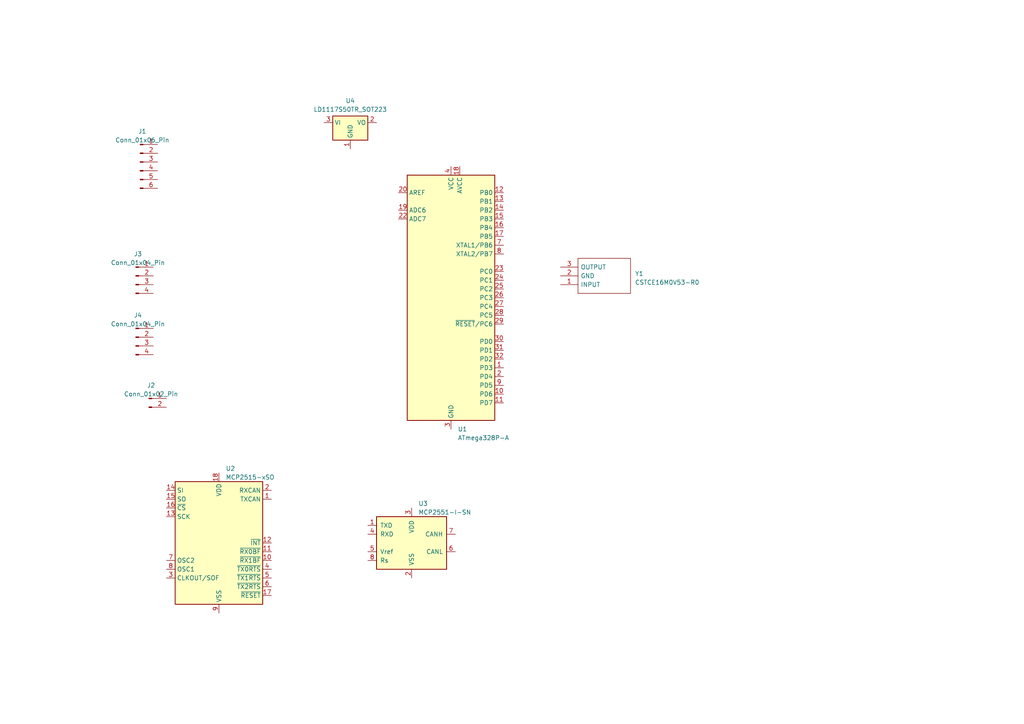
<source format=kicad_sch>
(kicad_sch (version 20230121) (generator eeschema)

  (uuid ebba1e31-fd54-4c15-a20e-79d145ac350a)

  (paper "A4")

  (lib_symbols
    (symbol "Connector:Conn_01x02_Pin" (pin_names (offset 1.016) hide) (in_bom yes) (on_board yes)
      (property "Reference" "J" (at 0 2.54 0)
        (effects (font (size 1.27 1.27)))
      )
      (property "Value" "Conn_01x02_Pin" (at 0 -5.08 0)
        (effects (font (size 1.27 1.27)))
      )
      (property "Footprint" "" (at 0 0 0)
        (effects (font (size 1.27 1.27)) hide)
      )
      (property "Datasheet" "~" (at 0 0 0)
        (effects (font (size 1.27 1.27)) hide)
      )
      (property "ki_locked" "" (at 0 0 0)
        (effects (font (size 1.27 1.27)))
      )
      (property "ki_keywords" "connector" (at 0 0 0)
        (effects (font (size 1.27 1.27)) hide)
      )
      (property "ki_description" "Generic connector, single row, 01x02, script generated" (at 0 0 0)
        (effects (font (size 1.27 1.27)) hide)
      )
      (property "ki_fp_filters" "Connector*:*_1x??_*" (at 0 0 0)
        (effects (font (size 1.27 1.27)) hide)
      )
      (symbol "Conn_01x02_Pin_1_1"
        (polyline
          (pts
            (xy 1.27 -2.54)
            (xy 0.8636 -2.54)
          )
          (stroke (width 0.1524) (type default))
          (fill (type none))
        )
        (polyline
          (pts
            (xy 1.27 0)
            (xy 0.8636 0)
          )
          (stroke (width 0.1524) (type default))
          (fill (type none))
        )
        (rectangle (start 0.8636 -2.413) (end 0 -2.667)
          (stroke (width 0.1524) (type default))
          (fill (type outline))
        )
        (rectangle (start 0.8636 0.127) (end 0 -0.127)
          (stroke (width 0.1524) (type default))
          (fill (type outline))
        )
        (pin passive line (at 5.08 0 180) (length 3.81)
          (name "Pin_1" (effects (font (size 1.27 1.27))))
          (number "1" (effects (font (size 1.27 1.27))))
        )
        (pin passive line (at 5.08 -2.54 180) (length 3.81)
          (name "Pin_2" (effects (font (size 1.27 1.27))))
          (number "2" (effects (font (size 1.27 1.27))))
        )
      )
    )
    (symbol "Connector:Conn_01x04_Pin" (pin_names (offset 1.016) hide) (in_bom yes) (on_board yes)
      (property "Reference" "J" (at 0 5.08 0)
        (effects (font (size 1.27 1.27)))
      )
      (property "Value" "Conn_01x04_Pin" (at 0 -7.62 0)
        (effects (font (size 1.27 1.27)))
      )
      (property "Footprint" "" (at 0 0 0)
        (effects (font (size 1.27 1.27)) hide)
      )
      (property "Datasheet" "~" (at 0 0 0)
        (effects (font (size 1.27 1.27)) hide)
      )
      (property "ki_locked" "" (at 0 0 0)
        (effects (font (size 1.27 1.27)))
      )
      (property "ki_keywords" "connector" (at 0 0 0)
        (effects (font (size 1.27 1.27)) hide)
      )
      (property "ki_description" "Generic connector, single row, 01x04, script generated" (at 0 0 0)
        (effects (font (size 1.27 1.27)) hide)
      )
      (property "ki_fp_filters" "Connector*:*_1x??_*" (at 0 0 0)
        (effects (font (size 1.27 1.27)) hide)
      )
      (symbol "Conn_01x04_Pin_1_1"
        (polyline
          (pts
            (xy 1.27 -5.08)
            (xy 0.8636 -5.08)
          )
          (stroke (width 0.1524) (type default))
          (fill (type none))
        )
        (polyline
          (pts
            (xy 1.27 -2.54)
            (xy 0.8636 -2.54)
          )
          (stroke (width 0.1524) (type default))
          (fill (type none))
        )
        (polyline
          (pts
            (xy 1.27 0)
            (xy 0.8636 0)
          )
          (stroke (width 0.1524) (type default))
          (fill (type none))
        )
        (polyline
          (pts
            (xy 1.27 2.54)
            (xy 0.8636 2.54)
          )
          (stroke (width 0.1524) (type default))
          (fill (type none))
        )
        (rectangle (start 0.8636 -4.953) (end 0 -5.207)
          (stroke (width 0.1524) (type default))
          (fill (type outline))
        )
        (rectangle (start 0.8636 -2.413) (end 0 -2.667)
          (stroke (width 0.1524) (type default))
          (fill (type outline))
        )
        (rectangle (start 0.8636 0.127) (end 0 -0.127)
          (stroke (width 0.1524) (type default))
          (fill (type outline))
        )
        (rectangle (start 0.8636 2.667) (end 0 2.413)
          (stroke (width 0.1524) (type default))
          (fill (type outline))
        )
        (pin passive line (at 5.08 2.54 180) (length 3.81)
          (name "Pin_1" (effects (font (size 1.27 1.27))))
          (number "1" (effects (font (size 1.27 1.27))))
        )
        (pin passive line (at 5.08 0 180) (length 3.81)
          (name "Pin_2" (effects (font (size 1.27 1.27))))
          (number "2" (effects (font (size 1.27 1.27))))
        )
        (pin passive line (at 5.08 -2.54 180) (length 3.81)
          (name "Pin_3" (effects (font (size 1.27 1.27))))
          (number "3" (effects (font (size 1.27 1.27))))
        )
        (pin passive line (at 5.08 -5.08 180) (length 3.81)
          (name "Pin_4" (effects (font (size 1.27 1.27))))
          (number "4" (effects (font (size 1.27 1.27))))
        )
      )
    )
    (symbol "Connector:Conn_01x06_Pin" (pin_names (offset 1.016) hide) (in_bom yes) (on_board yes)
      (property "Reference" "J" (at 0 7.62 0)
        (effects (font (size 1.27 1.27)))
      )
      (property "Value" "Conn_01x06_Pin" (at 0 -10.16 0)
        (effects (font (size 1.27 1.27)))
      )
      (property "Footprint" "" (at 0 0 0)
        (effects (font (size 1.27 1.27)) hide)
      )
      (property "Datasheet" "~" (at 0 0 0)
        (effects (font (size 1.27 1.27)) hide)
      )
      (property "ki_locked" "" (at 0 0 0)
        (effects (font (size 1.27 1.27)))
      )
      (property "ki_keywords" "connector" (at 0 0 0)
        (effects (font (size 1.27 1.27)) hide)
      )
      (property "ki_description" "Generic connector, single row, 01x06, script generated" (at 0 0 0)
        (effects (font (size 1.27 1.27)) hide)
      )
      (property "ki_fp_filters" "Connector*:*_1x??_*" (at 0 0 0)
        (effects (font (size 1.27 1.27)) hide)
      )
      (symbol "Conn_01x06_Pin_1_1"
        (polyline
          (pts
            (xy 1.27 -7.62)
            (xy 0.8636 -7.62)
          )
          (stroke (width 0.1524) (type default))
          (fill (type none))
        )
        (polyline
          (pts
            (xy 1.27 -5.08)
            (xy 0.8636 -5.08)
          )
          (stroke (width 0.1524) (type default))
          (fill (type none))
        )
        (polyline
          (pts
            (xy 1.27 -2.54)
            (xy 0.8636 -2.54)
          )
          (stroke (width 0.1524) (type default))
          (fill (type none))
        )
        (polyline
          (pts
            (xy 1.27 0)
            (xy 0.8636 0)
          )
          (stroke (width 0.1524) (type default))
          (fill (type none))
        )
        (polyline
          (pts
            (xy 1.27 2.54)
            (xy 0.8636 2.54)
          )
          (stroke (width 0.1524) (type default))
          (fill (type none))
        )
        (polyline
          (pts
            (xy 1.27 5.08)
            (xy 0.8636 5.08)
          )
          (stroke (width 0.1524) (type default))
          (fill (type none))
        )
        (rectangle (start 0.8636 -7.493) (end 0 -7.747)
          (stroke (width 0.1524) (type default))
          (fill (type outline))
        )
        (rectangle (start 0.8636 -4.953) (end 0 -5.207)
          (stroke (width 0.1524) (type default))
          (fill (type outline))
        )
        (rectangle (start 0.8636 -2.413) (end 0 -2.667)
          (stroke (width 0.1524) (type default))
          (fill (type outline))
        )
        (rectangle (start 0.8636 0.127) (end 0 -0.127)
          (stroke (width 0.1524) (type default))
          (fill (type outline))
        )
        (rectangle (start 0.8636 2.667) (end 0 2.413)
          (stroke (width 0.1524) (type default))
          (fill (type outline))
        )
        (rectangle (start 0.8636 5.207) (end 0 4.953)
          (stroke (width 0.1524) (type default))
          (fill (type outline))
        )
        (pin passive line (at 5.08 5.08 180) (length 3.81)
          (name "Pin_1" (effects (font (size 1.27 1.27))))
          (number "1" (effects (font (size 1.27 1.27))))
        )
        (pin passive line (at 5.08 2.54 180) (length 3.81)
          (name "Pin_2" (effects (font (size 1.27 1.27))))
          (number "2" (effects (font (size 1.27 1.27))))
        )
        (pin passive line (at 5.08 0 180) (length 3.81)
          (name "Pin_3" (effects (font (size 1.27 1.27))))
          (number "3" (effects (font (size 1.27 1.27))))
        )
        (pin passive line (at 5.08 -2.54 180) (length 3.81)
          (name "Pin_4" (effects (font (size 1.27 1.27))))
          (number "4" (effects (font (size 1.27 1.27))))
        )
        (pin passive line (at 5.08 -5.08 180) (length 3.81)
          (name "Pin_5" (effects (font (size 1.27 1.27))))
          (number "5" (effects (font (size 1.27 1.27))))
        )
        (pin passive line (at 5.08 -7.62 180) (length 3.81)
          (name "Pin_6" (effects (font (size 1.27 1.27))))
          (number "6" (effects (font (size 1.27 1.27))))
        )
      )
    )
    (symbol "Interface_CAN_LIN:MCP2515-xSO" (in_bom yes) (on_board yes)
      (property "Reference" "U" (at -10.16 19.685 0)
        (effects (font (size 1.27 1.27)) (justify right))
      )
      (property "Value" "MCP2515-xSO" (at 19.05 20.32 0)
        (effects (font (size 1.27 1.27)) (justify right top))
      )
      (property "Footprint" "Package_SO:SOIC-18W_7.5x11.6mm_P1.27mm" (at 0 -22.86 0)
        (effects (font (size 1.27 1.27) italic) hide)
      )
      (property "Datasheet" "http://ww1.microchip.com/downloads/en/DeviceDoc/21801e.pdf" (at 2.54 -20.32 0)
        (effects (font (size 1.27 1.27)) hide)
      )
      (property "ki_keywords" "CAN Controller SPI" (at 0 0 0)
        (effects (font (size 1.27 1.27)) hide)
      )
      (property "ki_description" "Stand-Alone CAN Controller with SPI Interface, SOIC-18" (at 0 0 0)
        (effects (font (size 1.27 1.27)) hide)
      )
      (property "ki_fp_filters" "SOIC*7.5x11.6mm*P1.27mm*" (at 0 0 0)
        (effects (font (size 1.27 1.27)) hide)
      )
      (symbol "MCP2515-xSO_0_1"
        (rectangle (start -12.7 17.78) (end 12.7 -17.78)
          (stroke (width 0.254) (type default))
          (fill (type background))
        )
      )
      (symbol "MCP2515-xSO_1_1"
        (pin output line (at 15.24 12.7 180) (length 2.54)
          (name "TXCAN" (effects (font (size 1.27 1.27))))
          (number "1" (effects (font (size 1.27 1.27))))
        )
        (pin output line (at 15.24 -5.08 180) (length 2.54)
          (name "~{RX1BF}" (effects (font (size 1.27 1.27))))
          (number "10" (effects (font (size 1.27 1.27))))
        )
        (pin output line (at 15.24 -2.54 180) (length 2.54)
          (name "~{RX0BF}" (effects (font (size 1.27 1.27))))
          (number "11" (effects (font (size 1.27 1.27))))
        )
        (pin output line (at 15.24 0 180) (length 2.54)
          (name "~{INT}" (effects (font (size 1.27 1.27))))
          (number "12" (effects (font (size 1.27 1.27))))
        )
        (pin input line (at -15.24 7.62 0) (length 2.54)
          (name "SCK" (effects (font (size 1.27 1.27))))
          (number "13" (effects (font (size 1.27 1.27))))
        )
        (pin input line (at -15.24 15.24 0) (length 2.54)
          (name "SI" (effects (font (size 1.27 1.27))))
          (number "14" (effects (font (size 1.27 1.27))))
        )
        (pin output line (at -15.24 12.7 0) (length 2.54)
          (name "SO" (effects (font (size 1.27 1.27))))
          (number "15" (effects (font (size 1.27 1.27))))
        )
        (pin input line (at -15.24 10.16 0) (length 2.54)
          (name "~{CS}" (effects (font (size 1.27 1.27))))
          (number "16" (effects (font (size 1.27 1.27))))
        )
        (pin input line (at 15.24 -15.24 180) (length 2.54)
          (name "~{RESET}" (effects (font (size 1.27 1.27))))
          (number "17" (effects (font (size 1.27 1.27))))
        )
        (pin power_in line (at 0 20.32 270) (length 2.54)
          (name "VDD" (effects (font (size 1.27 1.27))))
          (number "18" (effects (font (size 1.27 1.27))))
        )
        (pin input line (at 15.24 15.24 180) (length 2.54)
          (name "RXCAN" (effects (font (size 1.27 1.27))))
          (number "2" (effects (font (size 1.27 1.27))))
        )
        (pin output line (at -15.24 -10.16 0) (length 2.54)
          (name "CLKOUT/SOF" (effects (font (size 1.27 1.27))))
          (number "3" (effects (font (size 1.27 1.27))))
        )
        (pin input line (at 15.24 -7.62 180) (length 2.54)
          (name "~{TX0RTS}" (effects (font (size 1.27 1.27))))
          (number "4" (effects (font (size 1.27 1.27))))
        )
        (pin input line (at 15.24 -10.16 180) (length 2.54)
          (name "~{TX1RTS}" (effects (font (size 1.27 1.27))))
          (number "5" (effects (font (size 1.27 1.27))))
        )
        (pin input line (at 15.24 -12.7 180) (length 2.54)
          (name "~{TX2RTS}" (effects (font (size 1.27 1.27))))
          (number "6" (effects (font (size 1.27 1.27))))
        )
        (pin output line (at -15.24 -5.08 0) (length 2.54)
          (name "OSC2" (effects (font (size 1.27 1.27))))
          (number "7" (effects (font (size 1.27 1.27))))
        )
        (pin input line (at -15.24 -7.62 0) (length 2.54)
          (name "OSC1" (effects (font (size 1.27 1.27))))
          (number "8" (effects (font (size 1.27 1.27))))
        )
        (pin power_in line (at 0 -20.32 90) (length 2.54)
          (name "VSS" (effects (font (size 1.27 1.27))))
          (number "9" (effects (font (size 1.27 1.27))))
        )
      )
    )
    (symbol "Interface_CAN_LIN:MCP2551-I-SN" (pin_names (offset 1.016)) (in_bom yes) (on_board yes)
      (property "Reference" "U" (at -10.16 8.89 0)
        (effects (font (size 1.27 1.27)) (justify left))
      )
      (property "Value" "MCP2551-I-SN" (at 2.54 8.89 0)
        (effects (font (size 1.27 1.27)) (justify left))
      )
      (property "Footprint" "Package_SO:SOIC-8_3.9x4.9mm_P1.27mm" (at 0 -12.7 0)
        (effects (font (size 1.27 1.27) italic) hide)
      )
      (property "Datasheet" "http://ww1.microchip.com/downloads/en/devicedoc/21667d.pdf" (at 0 0 0)
        (effects (font (size 1.27 1.27)) hide)
      )
      (property "ki_keywords" "High-Speed CAN Transceiver" (at 0 0 0)
        (effects (font (size 1.27 1.27)) hide)
      )
      (property "ki_description" "High-Speed CAN Transceiver, 1Mbps, 5V supply, SOIC-8" (at 0 0 0)
        (effects (font (size 1.27 1.27)) hide)
      )
      (property "ki_fp_filters" "SOIC*3.9x4.9mm*P1.27mm*" (at 0 0 0)
        (effects (font (size 1.27 1.27)) hide)
      )
      (symbol "MCP2551-I-SN_0_1"
        (rectangle (start -10.16 7.62) (end 10.16 -7.62)
          (stroke (width 0.254) (type default))
          (fill (type background))
        )
      )
      (symbol "MCP2551-I-SN_1_1"
        (pin input line (at -12.7 5.08 0) (length 2.54)
          (name "TXD" (effects (font (size 1.27 1.27))))
          (number "1" (effects (font (size 1.27 1.27))))
        )
        (pin power_in line (at 0 -10.16 90) (length 2.54)
          (name "VSS" (effects (font (size 1.27 1.27))))
          (number "2" (effects (font (size 1.27 1.27))))
        )
        (pin power_in line (at 0 10.16 270) (length 2.54)
          (name "VDD" (effects (font (size 1.27 1.27))))
          (number "3" (effects (font (size 1.27 1.27))))
        )
        (pin output line (at -12.7 2.54 0) (length 2.54)
          (name "RXD" (effects (font (size 1.27 1.27))))
          (number "4" (effects (font (size 1.27 1.27))))
        )
        (pin power_out line (at -12.7 -2.54 0) (length 2.54)
          (name "Vref" (effects (font (size 1.27 1.27))))
          (number "5" (effects (font (size 1.27 1.27))))
        )
        (pin bidirectional line (at 12.7 -2.54 180) (length 2.54)
          (name "CANL" (effects (font (size 1.27 1.27))))
          (number "6" (effects (font (size 1.27 1.27))))
        )
        (pin bidirectional line (at 12.7 2.54 180) (length 2.54)
          (name "CANH" (effects (font (size 1.27 1.27))))
          (number "7" (effects (font (size 1.27 1.27))))
        )
        (pin input line (at -12.7 -5.08 0) (length 2.54)
          (name "Rs" (effects (font (size 1.27 1.27))))
          (number "8" (effects (font (size 1.27 1.27))))
        )
      )
    )
    (symbol "MCU_Microchip_ATmega:ATmega328P-A" (in_bom yes) (on_board yes)
      (property "Reference" "U" (at -12.7 36.83 0)
        (effects (font (size 1.27 1.27)) (justify left bottom))
      )
      (property "Value" "ATmega328P-A" (at 2.54 -36.83 0)
        (effects (font (size 1.27 1.27)) (justify left top))
      )
      (property "Footprint" "Package_QFP:TQFP-32_7x7mm_P0.8mm" (at 0 0 0)
        (effects (font (size 1.27 1.27) italic) hide)
      )
      (property "Datasheet" "http://ww1.microchip.com/downloads/en/DeviceDoc/ATmega328_P%20AVR%20MCU%20with%20picoPower%20Technology%20Data%20Sheet%2040001984A.pdf" (at 0 0 0)
        (effects (font (size 1.27 1.27)) hide)
      )
      (property "ki_keywords" "AVR 8bit Microcontroller MegaAVR PicoPower" (at 0 0 0)
        (effects (font (size 1.27 1.27)) hide)
      )
      (property "ki_description" "20MHz, 32kB Flash, 2kB SRAM, 1kB EEPROM, TQFP-32" (at 0 0 0)
        (effects (font (size 1.27 1.27)) hide)
      )
      (property "ki_fp_filters" "TQFP*7x7mm*P0.8mm*" (at 0 0 0)
        (effects (font (size 1.27 1.27)) hide)
      )
      (symbol "ATmega328P-A_0_1"
        (rectangle (start -12.7 -35.56) (end 12.7 35.56)
          (stroke (width 0.254) (type default))
          (fill (type background))
        )
      )
      (symbol "ATmega328P-A_1_1"
        (pin bidirectional line (at 15.24 -20.32 180) (length 2.54)
          (name "PD3" (effects (font (size 1.27 1.27))))
          (number "1" (effects (font (size 1.27 1.27))))
        )
        (pin bidirectional line (at 15.24 -27.94 180) (length 2.54)
          (name "PD6" (effects (font (size 1.27 1.27))))
          (number "10" (effects (font (size 1.27 1.27))))
        )
        (pin bidirectional line (at 15.24 -30.48 180) (length 2.54)
          (name "PD7" (effects (font (size 1.27 1.27))))
          (number "11" (effects (font (size 1.27 1.27))))
        )
        (pin bidirectional line (at 15.24 30.48 180) (length 2.54)
          (name "PB0" (effects (font (size 1.27 1.27))))
          (number "12" (effects (font (size 1.27 1.27))))
        )
        (pin bidirectional line (at 15.24 27.94 180) (length 2.54)
          (name "PB1" (effects (font (size 1.27 1.27))))
          (number "13" (effects (font (size 1.27 1.27))))
        )
        (pin bidirectional line (at 15.24 25.4 180) (length 2.54)
          (name "PB2" (effects (font (size 1.27 1.27))))
          (number "14" (effects (font (size 1.27 1.27))))
        )
        (pin bidirectional line (at 15.24 22.86 180) (length 2.54)
          (name "PB3" (effects (font (size 1.27 1.27))))
          (number "15" (effects (font (size 1.27 1.27))))
        )
        (pin bidirectional line (at 15.24 20.32 180) (length 2.54)
          (name "PB4" (effects (font (size 1.27 1.27))))
          (number "16" (effects (font (size 1.27 1.27))))
        )
        (pin bidirectional line (at 15.24 17.78 180) (length 2.54)
          (name "PB5" (effects (font (size 1.27 1.27))))
          (number "17" (effects (font (size 1.27 1.27))))
        )
        (pin power_in line (at 2.54 38.1 270) (length 2.54)
          (name "AVCC" (effects (font (size 1.27 1.27))))
          (number "18" (effects (font (size 1.27 1.27))))
        )
        (pin input line (at -15.24 25.4 0) (length 2.54)
          (name "ADC6" (effects (font (size 1.27 1.27))))
          (number "19" (effects (font (size 1.27 1.27))))
        )
        (pin bidirectional line (at 15.24 -22.86 180) (length 2.54)
          (name "PD4" (effects (font (size 1.27 1.27))))
          (number "2" (effects (font (size 1.27 1.27))))
        )
        (pin passive line (at -15.24 30.48 0) (length 2.54)
          (name "AREF" (effects (font (size 1.27 1.27))))
          (number "20" (effects (font (size 1.27 1.27))))
        )
        (pin passive line (at 0 -38.1 90) (length 2.54) hide
          (name "GND" (effects (font (size 1.27 1.27))))
          (number "21" (effects (font (size 1.27 1.27))))
        )
        (pin input line (at -15.24 22.86 0) (length 2.54)
          (name "ADC7" (effects (font (size 1.27 1.27))))
          (number "22" (effects (font (size 1.27 1.27))))
        )
        (pin bidirectional line (at 15.24 7.62 180) (length 2.54)
          (name "PC0" (effects (font (size 1.27 1.27))))
          (number "23" (effects (font (size 1.27 1.27))))
        )
        (pin bidirectional line (at 15.24 5.08 180) (length 2.54)
          (name "PC1" (effects (font (size 1.27 1.27))))
          (number "24" (effects (font (size 1.27 1.27))))
        )
        (pin bidirectional line (at 15.24 2.54 180) (length 2.54)
          (name "PC2" (effects (font (size 1.27 1.27))))
          (number "25" (effects (font (size 1.27 1.27))))
        )
        (pin bidirectional line (at 15.24 0 180) (length 2.54)
          (name "PC3" (effects (font (size 1.27 1.27))))
          (number "26" (effects (font (size 1.27 1.27))))
        )
        (pin bidirectional line (at 15.24 -2.54 180) (length 2.54)
          (name "PC4" (effects (font (size 1.27 1.27))))
          (number "27" (effects (font (size 1.27 1.27))))
        )
        (pin bidirectional line (at 15.24 -5.08 180) (length 2.54)
          (name "PC5" (effects (font (size 1.27 1.27))))
          (number "28" (effects (font (size 1.27 1.27))))
        )
        (pin bidirectional line (at 15.24 -7.62 180) (length 2.54)
          (name "~{RESET}/PC6" (effects (font (size 1.27 1.27))))
          (number "29" (effects (font (size 1.27 1.27))))
        )
        (pin power_in line (at 0 -38.1 90) (length 2.54)
          (name "GND" (effects (font (size 1.27 1.27))))
          (number "3" (effects (font (size 1.27 1.27))))
        )
        (pin bidirectional line (at 15.24 -12.7 180) (length 2.54)
          (name "PD0" (effects (font (size 1.27 1.27))))
          (number "30" (effects (font (size 1.27 1.27))))
        )
        (pin bidirectional line (at 15.24 -15.24 180) (length 2.54)
          (name "PD1" (effects (font (size 1.27 1.27))))
          (number "31" (effects (font (size 1.27 1.27))))
        )
        (pin bidirectional line (at 15.24 -17.78 180) (length 2.54)
          (name "PD2" (effects (font (size 1.27 1.27))))
          (number "32" (effects (font (size 1.27 1.27))))
        )
        (pin power_in line (at 0 38.1 270) (length 2.54)
          (name "VCC" (effects (font (size 1.27 1.27))))
          (number "4" (effects (font (size 1.27 1.27))))
        )
        (pin passive line (at 0 -38.1 90) (length 2.54) hide
          (name "GND" (effects (font (size 1.27 1.27))))
          (number "5" (effects (font (size 1.27 1.27))))
        )
        (pin passive line (at 0 38.1 270) (length 2.54) hide
          (name "VCC" (effects (font (size 1.27 1.27))))
          (number "6" (effects (font (size 1.27 1.27))))
        )
        (pin bidirectional line (at 15.24 15.24 180) (length 2.54)
          (name "XTAL1/PB6" (effects (font (size 1.27 1.27))))
          (number "7" (effects (font (size 1.27 1.27))))
        )
        (pin bidirectional line (at 15.24 12.7 180) (length 2.54)
          (name "XTAL2/PB7" (effects (font (size 1.27 1.27))))
          (number "8" (effects (font (size 1.27 1.27))))
        )
        (pin bidirectional line (at 15.24 -25.4 180) (length 2.54)
          (name "PD5" (effects (font (size 1.27 1.27))))
          (number "9" (effects (font (size 1.27 1.27))))
        )
      )
    )
    (symbol "Regulator_Linear:LD1117S50TR_SOT223" (in_bom yes) (on_board yes)
      (property "Reference" "U" (at -3.81 3.175 0)
        (effects (font (size 1.27 1.27)))
      )
      (property "Value" "LD1117S50TR_SOT223" (at 0 3.175 0)
        (effects (font (size 1.27 1.27)) (justify left))
      )
      (property "Footprint" "Package_TO_SOT_SMD:SOT-223-3_TabPin2" (at 0 5.08 0)
        (effects (font (size 1.27 1.27)) hide)
      )
      (property "Datasheet" "http://www.st.com/st-web-ui/static/active/en/resource/technical/document/datasheet/CD00000544.pdf" (at 2.54 -6.35 0)
        (effects (font (size 1.27 1.27)) hide)
      )
      (property "ki_keywords" "REGULATOR LDO 5.0V" (at 0 0 0)
        (effects (font (size 1.27 1.27)) hide)
      )
      (property "ki_description" "800mA Fixed Low Drop Positive Voltage Regulator, Fixed Output 5.0V, SOT-223" (at 0 0 0)
        (effects (font (size 1.27 1.27)) hide)
      )
      (property "ki_fp_filters" "SOT?223*TabPin2*" (at 0 0 0)
        (effects (font (size 1.27 1.27)) hide)
      )
      (symbol "LD1117S50TR_SOT223_0_1"
        (rectangle (start -5.08 -5.08) (end 5.08 1.905)
          (stroke (width 0.254) (type default))
          (fill (type background))
        )
      )
      (symbol "LD1117S50TR_SOT223_1_1"
        (pin power_in line (at 0 -7.62 90) (length 2.54)
          (name "GND" (effects (font (size 1.27 1.27))))
          (number "1" (effects (font (size 1.27 1.27))))
        )
        (pin power_out line (at 7.62 0 180) (length 2.54)
          (name "VO" (effects (font (size 1.27 1.27))))
          (number "2" (effects (font (size 1.27 1.27))))
        )
        (pin power_in line (at -7.62 0 0) (length 2.54)
          (name "VI" (effects (font (size 1.27 1.27))))
          (number "3" (effects (font (size 1.27 1.27))))
        )
      )
    )
    (symbol "SamacSys_Parts:CSTCE16M0V53-R0" (pin_names (offset 0.762)) (in_bom yes) (on_board yes)
      (property "Reference" "Y" (at 21.59 7.62 0)
        (effects (font (size 1.27 1.27)) (justify left))
      )
      (property "Value" "CSTCE16M0V53-R0" (at 21.59 5.08 0)
        (effects (font (size 1.27 1.27)) (justify left))
      )
      (property "Footprint" "CSTCE16M0V53R0" (at 21.59 2.54 0)
        (effects (font (size 1.27 1.27)) (justify left) hide)
      )
      (property "Datasheet" "https://www.murata.com/en-sg/products/productdetail?partno=CSTCE16M0V53-R0" (at 21.59 0 0)
        (effects (font (size 1.27 1.27)) (justify left) hide)
      )
      (property "Description" "CSTCE16M0V53-R0, Ceramic Resonator, 16MHz Expander 15pF, 3-Pin SMT, 3.2 x 1.3 x 0.9mm" (at 21.59 -2.54 0)
        (effects (font (size 1.27 1.27)) (justify left) hide)
      )
      (property "Height" "1" (at 21.59 -5.08 0)
        (effects (font (size 1.27 1.27)) (justify left) hide)
      )
      (property "Manufacturer_Name" "Murata Electronics" (at 21.59 -7.62 0)
        (effects (font (size 1.27 1.27)) (justify left) hide)
      )
      (property "Manufacturer_Part_Number" "CSTCE16M0V53-R0" (at 21.59 -10.16 0)
        (effects (font (size 1.27 1.27)) (justify left) hide)
      )
      (property "Mouser Part Number" "81-CSTCE16M0V53-R0" (at 21.59 -12.7 0)
        (effects (font (size 1.27 1.27)) (justify left) hide)
      )
      (property "Mouser Price/Stock" "https://www.mouser.co.uk/ProductDetail/Murata-Electronics/CSTCE16M0V53-R0?qs=HPA2Xx%252BU0WhPWbRcNuzhZw%3D%3D" (at 21.59 -15.24 0)
        (effects (font (size 1.27 1.27)) (justify left) hide)
      )
      (property "Arrow Part Number" "" (at 21.59 -17.78 0)
        (effects (font (size 1.27 1.27)) (justify left) hide)
      )
      (property "Arrow Price/Stock" "" (at 21.59 -20.32 0)
        (effects (font (size 1.27 1.27)) (justify left) hide)
      )
      (property "ki_description" "CSTCE16M0V53-R0, Ceramic Resonator, 16MHz Expander 15pF, 3-Pin SMT, 3.2 x 1.3 x 0.9mm" (at 0 0 0)
        (effects (font (size 1.27 1.27)) hide)
      )
      (symbol "CSTCE16M0V53-R0_0_0"
        (pin passive line (at 0 -5.08 0) (length 5.08)
          (name "INPUT" (effects (font (size 1.27 1.27))))
          (number "1" (effects (font (size 1.27 1.27))))
        )
        (pin passive line (at 0 -2.54 0) (length 5.08)
          (name "GND" (effects (font (size 1.27 1.27))))
          (number "2" (effects (font (size 1.27 1.27))))
        )
        (pin passive line (at 0 0 0) (length 5.08)
          (name "OUTPUT" (effects (font (size 1.27 1.27))))
          (number "3" (effects (font (size 1.27 1.27))))
        )
      )
      (symbol "CSTCE16M0V53-R0_0_1"
        (polyline
          (pts
            (xy 5.08 2.54)
            (xy 20.32 2.54)
            (xy 20.32 -7.62)
            (xy 5.08 -7.62)
            (xy 5.08 2.54)
          )
          (stroke (width 0.1524) (type solid))
          (fill (type none))
        )
      )
    )
  )


  (symbol (lib_id "MCU_Microchip_ATmega:ATmega328P-A") (at 130.81 86.36 0) (unit 1)
    (in_bom yes) (on_board yes) (dnp no) (fields_autoplaced)
    (uuid 36eebbfe-d257-4afc-b56b-9606b9fbcc72)
    (property "Reference" "U1" (at 132.7659 124.46 0)
      (effects (font (size 1.27 1.27)) (justify left))
    )
    (property "Value" "ATmega328P-A" (at 132.7659 127 0)
      (effects (font (size 1.27 1.27)) (justify left))
    )
    (property "Footprint" "Package_QFP:TQFP-32_7x7mm_P0.8mm" (at 130.81 86.36 0)
      (effects (font (size 1.27 1.27) italic) hide)
    )
    (property "Datasheet" "http://ww1.microchip.com/downloads/en/DeviceDoc/ATmega328_P%20AVR%20MCU%20with%20picoPower%20Technology%20Data%20Sheet%2040001984A.pdf" (at 130.81 86.36 0)
      (effects (font (size 1.27 1.27)) hide)
    )
    (pin "1" (uuid 435dcb3f-5997-4791-a608-218281f1af65))
    (pin "10" (uuid 73c3deee-b20e-44dc-b199-13fb4d4ec9d5))
    (pin "11" (uuid 23a442c1-c7f5-4dd0-aa18-b1b13ce93117))
    (pin "12" (uuid 2007416c-8f6d-4720-807d-fd8d699c471b))
    (pin "13" (uuid d12af304-09f7-4e19-b909-a01f4fb95c1f))
    (pin "14" (uuid b73b5736-da20-4f5f-985d-784d2f47e6c5))
    (pin "15" (uuid f12242b6-e44c-41cc-bc7d-7a8e03c62104))
    (pin "16" (uuid 2955339e-7926-49aa-8580-e4a5a6a3dd37))
    (pin "17" (uuid 4c5826fb-2ead-47a4-a510-cb80997700ac))
    (pin "18" (uuid c994a7a4-ceb8-4e88-a72b-81b5f94c12c0))
    (pin "19" (uuid b7bb9d0a-4553-47b3-a2a2-408da4475661))
    (pin "2" (uuid 62a62d08-84e3-4c48-965f-89359bba4ba9))
    (pin "20" (uuid 3b78222f-289d-4b9b-bc6c-c1cbd6755dab))
    (pin "21" (uuid d7852c33-030b-4a2c-aaba-3c96b54b9fd9))
    (pin "22" (uuid b4c4c638-c7e9-44b8-ba58-174f85a89099))
    (pin "23" (uuid be554d8e-c116-4066-876c-c26c5b5d37af))
    (pin "24" (uuid 24031eab-cbab-4675-9b53-b68382cd5bde))
    (pin "25" (uuid 8630a29b-bcd4-4d58-a640-a7fbb4cea943))
    (pin "26" (uuid 01f050f9-1042-4a59-8703-bdd249cf20d8))
    (pin "27" (uuid 53260974-19ae-4087-92c5-1627f0733d9c))
    (pin "28" (uuid abaf0902-c5e1-4986-94d6-59fc65aa06c9))
    (pin "29" (uuid 6250b711-f5c3-49db-8217-4a495c1a73d5))
    (pin "3" (uuid 5efe3847-7a00-436f-8497-8a1bd75d1ccf))
    (pin "30" (uuid 10af4534-dce0-4476-ae2f-0f558e685e72))
    (pin "31" (uuid 9b4bbe2d-0c94-4876-8f15-14bb8b8dd293))
    (pin "32" (uuid accc1547-0e3b-413d-97e5-18ae51908758))
    (pin "4" (uuid 48a34030-ab97-4122-b29b-c7c4a81d5887))
    (pin "5" (uuid b298e353-a448-424e-b4e7-6f8de48e7153))
    (pin "6" (uuid 4fdcb802-b9df-47f2-8b40-af81dcb9f712))
    (pin "7" (uuid 12b7e612-2616-44eb-8130-52ebd454a75e))
    (pin "8" (uuid f8b2d0bd-2965-4520-b0a8-52a1437c7f32))
    (pin "9" (uuid 5ad5d266-e97c-4fec-a3bb-04078f468932))
    (instances
      (project "AMS_Temp_Master"
        (path "/ebba1e31-fd54-4c15-a20e-79d145ac350a"
          (reference "U1") (unit 1)
        )
      )
    )
  )

  (symbol (lib_id "Connector:Conn_01x04_Pin") (at 39.37 80.01 0) (unit 1)
    (in_bom yes) (on_board yes) (dnp no) (fields_autoplaced)
    (uuid 777566f5-8656-4dd2-b2d6-13ad72e224ad)
    (property "Reference" "J3" (at 40.005 73.66 0)
      (effects (font (size 1.27 1.27)))
    )
    (property "Value" "Conn_01x04_Pin" (at 40.005 76.2 0)
      (effects (font (size 1.27 1.27)))
    )
    (property "Footprint" "" (at 39.37 80.01 0)
      (effects (font (size 1.27 1.27)) hide)
    )
    (property "Datasheet" "~" (at 39.37 80.01 0)
      (effects (font (size 1.27 1.27)) hide)
    )
    (pin "1" (uuid 80d26cc1-ab51-467b-9c5f-4474227851f6))
    (pin "2" (uuid 0e77ffc6-1a1a-4881-a8f0-50644d2ae065))
    (pin "3" (uuid e95ff1d1-3979-4800-b609-f049a103052a))
    (pin "4" (uuid 957a5b9f-bf15-4964-b70c-49fb2f0b49cd))
    (instances
      (project "AMS_Temp_Master"
        (path "/ebba1e31-fd54-4c15-a20e-79d145ac350a"
          (reference "J3") (unit 1)
        )
      )
    )
  )

  (symbol (lib_id "Connector:Conn_01x04_Pin") (at 39.37 97.79 0) (unit 1)
    (in_bom yes) (on_board yes) (dnp no) (fields_autoplaced)
    (uuid 92aa9338-caad-44fb-bf1a-77698f1433c9)
    (property "Reference" "J4" (at 40.005 91.44 0)
      (effects (font (size 1.27 1.27)))
    )
    (property "Value" "Conn_01x04_Pin" (at 40.005 93.98 0)
      (effects (font (size 1.27 1.27)))
    )
    (property "Footprint" "" (at 39.37 97.79 0)
      (effects (font (size 1.27 1.27)) hide)
    )
    (property "Datasheet" "~" (at 39.37 97.79 0)
      (effects (font (size 1.27 1.27)) hide)
    )
    (pin "1" (uuid 5f9c345d-aef8-478e-aed4-0435e48e2a72))
    (pin "2" (uuid edc98bed-567c-4540-acf1-d9ef0e381dd6))
    (pin "3" (uuid c2ada953-7e5d-4aab-93b8-9d1e816dda85))
    (pin "4" (uuid 3b7c1a9a-ef84-40b2-ab6e-4d910d7a45f1))
    (instances
      (project "AMS_Temp_Master"
        (path "/ebba1e31-fd54-4c15-a20e-79d145ac350a"
          (reference "J4") (unit 1)
        )
      )
    )
  )

  (symbol (lib_id "Connector:Conn_01x02_Pin") (at 43.18 115.57 0) (unit 1)
    (in_bom yes) (on_board yes) (dnp no) (fields_autoplaced)
    (uuid c02f42df-f246-4865-a245-5c96a7b48496)
    (property "Reference" "J2" (at 43.815 111.76 0)
      (effects (font (size 1.27 1.27)))
    )
    (property "Value" "Conn_01x02_Pin" (at 43.815 114.3 0)
      (effects (font (size 1.27 1.27)))
    )
    (property "Footprint" "" (at 43.18 115.57 0)
      (effects (font (size 1.27 1.27)) hide)
    )
    (property "Datasheet" "~" (at 43.18 115.57 0)
      (effects (font (size 1.27 1.27)) hide)
    )
    (pin "1" (uuid 661dde42-2d1e-4498-8633-1155c24fb465))
    (pin "2" (uuid f53a4deb-4d61-4dd7-8fd3-356b2c89890d))
    (instances
      (project "AMS_Temp_Master"
        (path "/ebba1e31-fd54-4c15-a20e-79d145ac350a"
          (reference "J2") (unit 1)
        )
      )
    )
  )

  (symbol (lib_id "Interface_CAN_LIN:MCP2515-xSO") (at 63.5 157.48 0) (unit 1)
    (in_bom yes) (on_board yes) (dnp no) (fields_autoplaced)
    (uuid c74b91f2-708b-439e-8b79-fdb0d4228c01)
    (property "Reference" "U2" (at 65.4559 135.89 0)
      (effects (font (size 1.27 1.27)) (justify left))
    )
    (property "Value" "MCP2515-xSO" (at 65.4559 138.43 0)
      (effects (font (size 1.27 1.27)) (justify left))
    )
    (property "Footprint" "Package_SO:SOIC-18W_7.5x11.6mm_P1.27mm" (at 63.5 180.34 0)
      (effects (font (size 1.27 1.27) italic) hide)
    )
    (property "Datasheet" "http://ww1.microchip.com/downloads/en/DeviceDoc/21801e.pdf" (at 66.04 177.8 0)
      (effects (font (size 1.27 1.27)) hide)
    )
    (pin "1" (uuid 95e7b367-b0f8-43b4-a16b-59c60e356e46))
    (pin "10" (uuid 44dca08d-8ac3-4b5b-817f-e214e6c980d6))
    (pin "11" (uuid 13a748fa-5cd2-4d58-87a2-c6ff896989f0))
    (pin "12" (uuid df303c0d-0ba1-4eaf-b8dc-cf29ecfe1bc1))
    (pin "13" (uuid 68e1152c-630a-4eb5-a334-e0473d44b255))
    (pin "14" (uuid 267cefc7-b208-4d8d-a7ce-1b15002202b5))
    (pin "15" (uuid 0a207b1f-76fb-4e15-9f30-561e73be48b1))
    (pin "16" (uuid 4d61f251-5299-485c-9a0b-c2250c3a718f))
    (pin "17" (uuid 32790355-2e37-4985-b853-deaf4a080a36))
    (pin "18" (uuid 94dc4ac9-0a74-433c-9fc1-6313afdc5733))
    (pin "2" (uuid 6c3ed08d-5c28-4ee2-a881-951cde262583))
    (pin "3" (uuid 1871b072-2d36-4d70-958a-094fcb6be62c))
    (pin "4" (uuid bce9f1d6-0734-4a0a-ba6e-c39983398f5d))
    (pin "5" (uuid d1d5f640-a21e-44af-acbc-ea110869475f))
    (pin "6" (uuid 743d5447-f625-4baa-a418-4cc78690cd57))
    (pin "7" (uuid de58af7b-1b35-4bea-9cf2-68bbf1c09044))
    (pin "8" (uuid f1244feb-f1f9-40f1-bf9d-f6acc3f9f409))
    (pin "9" (uuid 7093f7a0-7347-4978-a84a-1ce7e775fa7c))
    (instances
      (project "AMS_Temp_Master"
        (path "/ebba1e31-fd54-4c15-a20e-79d145ac350a"
          (reference "U2") (unit 1)
        )
      )
    )
  )

  (symbol (lib_id "Regulator_Linear:LD1117S50TR_SOT223") (at 101.6 35.56 0) (unit 1)
    (in_bom yes) (on_board yes) (dnp no) (fields_autoplaced)
    (uuid c99cab72-72c9-48f1-88d0-66725af6056e)
    (property "Reference" "U4" (at 101.6 29.21 0)
      (effects (font (size 1.27 1.27)))
    )
    (property "Value" "LD1117S50TR_SOT223" (at 101.6 31.75 0)
      (effects (font (size 1.27 1.27)))
    )
    (property "Footprint" "Package_TO_SOT_SMD:SOT-223-3_TabPin2" (at 101.6 30.48 0)
      (effects (font (size 1.27 1.27)) hide)
    )
    (property "Datasheet" "http://www.st.com/st-web-ui/static/active/en/resource/technical/document/datasheet/CD00000544.pdf" (at 104.14 41.91 0)
      (effects (font (size 1.27 1.27)) hide)
    )
    (pin "1" (uuid e2a83d88-1338-4af5-b58f-6903f1b03d2f))
    (pin "2" (uuid bf50489d-301e-4c36-b969-2fbfe80201cb))
    (pin "3" (uuid dd99185c-b9e5-4ff2-ab76-324672af46ae))
    (instances
      (project "AMS_Temp_Master"
        (path "/ebba1e31-fd54-4c15-a20e-79d145ac350a"
          (reference "U4") (unit 1)
        )
      )
    )
  )

  (symbol (lib_id "Connector:Conn_01x06_Pin") (at 40.64 46.99 0) (unit 1)
    (in_bom yes) (on_board yes) (dnp no) (fields_autoplaced)
    (uuid d823cae6-268f-4ec9-9b10-2949e6dd3160)
    (property "Reference" "J1" (at 41.275 38.1 0)
      (effects (font (size 1.27 1.27)))
    )
    (property "Value" "Conn_01x06_Pin" (at 41.275 40.64 0)
      (effects (font (size 1.27 1.27)))
    )
    (property "Footprint" "" (at 40.64 46.99 0)
      (effects (font (size 1.27 1.27)) hide)
    )
    (property "Datasheet" "~" (at 40.64 46.99 0)
      (effects (font (size 1.27 1.27)) hide)
    )
    (pin "1" (uuid 6419db25-ff7f-4914-bf44-6771b0101f04))
    (pin "2" (uuid 659c8519-5bfa-4569-9ef3-84e01912d764))
    (pin "3" (uuid 0185e44e-9892-4cab-86d1-040bcd1b6c98))
    (pin "4" (uuid 764d2816-379b-47b8-a6a7-e1cb9b785134))
    (pin "5" (uuid 7ef9bc79-d0ff-4233-856c-a8c5e5965ddc))
    (pin "6" (uuid 84f9f4c6-67d3-4dc4-b8eb-af4717b4bd6c))
    (instances
      (project "AMS_Temp_Master"
        (path "/ebba1e31-fd54-4c15-a20e-79d145ac350a"
          (reference "J1") (unit 1)
        )
      )
    )
  )

  (symbol (lib_id "Interface_CAN_LIN:MCP2551-I-SN") (at 119.38 157.48 0) (unit 1)
    (in_bom yes) (on_board yes) (dnp no) (fields_autoplaced)
    (uuid ec744519-3c0b-42e9-9063-4c1038126c84)
    (property "Reference" "U3" (at 121.3359 146.05 0)
      (effects (font (size 1.27 1.27)) (justify left))
    )
    (property "Value" "MCP2551-I-SN" (at 121.3359 148.59 0)
      (effects (font (size 1.27 1.27)) (justify left))
    )
    (property "Footprint" "Package_SO:SOIC-8_3.9x4.9mm_P1.27mm" (at 119.38 170.18 0)
      (effects (font (size 1.27 1.27) italic) hide)
    )
    (property "Datasheet" "http://ww1.microchip.com/downloads/en/devicedoc/21667d.pdf" (at 119.38 157.48 0)
      (effects (font (size 1.27 1.27)) hide)
    )
    (pin "1" (uuid 56f7ba4b-5cb6-40f5-b67e-a031874fc920))
    (pin "2" (uuid 4889b0a8-715e-450c-86c6-90f013b05363))
    (pin "3" (uuid 26355792-5c89-49e0-b6a9-eac84602de1f))
    (pin "4" (uuid f2d99ddd-eff4-42b4-80bc-f9aab99fd686))
    (pin "5" (uuid c3329692-87ad-4b2d-b116-be861e993805))
    (pin "6" (uuid 7c4b7160-121e-4b84-a458-2795b65f7810))
    (pin "7" (uuid 3e69cda9-e5d0-40bf-b0db-bab1f6f9aff2))
    (pin "8" (uuid af63ae3d-3d5c-407e-8787-54345562fde5))
    (instances
      (project "AMS_Temp_Master"
        (path "/ebba1e31-fd54-4c15-a20e-79d145ac350a"
          (reference "U3") (unit 1)
        )
      )
    )
  )

  (symbol (lib_id "SamacSys_Parts:CSTCE16M0V53-R0") (at 162.56 77.47 0) (unit 1)
    (in_bom yes) (on_board yes) (dnp no) (fields_autoplaced)
    (uuid f0bbd4ae-b022-49d7-b015-6c43e5ec9720)
    (property "Reference" "Y1" (at 184.15 79.375 0)
      (effects (font (size 1.27 1.27)) (justify left))
    )
    (property "Value" "CSTCE16M0V53-R0" (at 184.15 81.915 0)
      (effects (font (size 1.27 1.27)) (justify left))
    )
    (property "Footprint" "CSTCE16M0V53R0" (at 184.15 74.93 0)
      (effects (font (size 1.27 1.27)) (justify left) hide)
    )
    (property "Datasheet" "https://www.murata.com/en-sg/products/productdetail?partno=CSTCE16M0V53-R0" (at 184.15 77.47 0)
      (effects (font (size 1.27 1.27)) (justify left) hide)
    )
    (property "Description" "CSTCE16M0V53-R0, Ceramic Resonator, 16MHz Expander 15pF, 3-Pin SMT, 3.2 x 1.3 x 0.9mm" (at 184.15 80.01 0)
      (effects (font (size 1.27 1.27)) (justify left) hide)
    )
    (property "Height" "1" (at 184.15 82.55 0)
      (effects (font (size 1.27 1.27)) (justify left) hide)
    )
    (property "Manufacturer_Name" "Murata Electronics" (at 184.15 85.09 0)
      (effects (font (size 1.27 1.27)) (justify left) hide)
    )
    (property "Manufacturer_Part_Number" "CSTCE16M0V53-R0" (at 184.15 87.63 0)
      (effects (font (size 1.27 1.27)) (justify left) hide)
    )
    (property "Mouser Part Number" "81-CSTCE16M0V53-R0" (at 184.15 90.17 0)
      (effects (font (size 1.27 1.27)) (justify left) hide)
    )
    (property "Mouser Price/Stock" "https://www.mouser.co.uk/ProductDetail/Murata-Electronics/CSTCE16M0V53-R0?qs=HPA2Xx%252BU0WhPWbRcNuzhZw%3D%3D" (at 184.15 92.71 0)
      (effects (font (size 1.27 1.27)) (justify left) hide)
    )
    (property "Arrow Part Number" "" (at 184.15 95.25 0)
      (effects (font (size 1.27 1.27)) (justify left) hide)
    )
    (property "Arrow Price/Stock" "" (at 184.15 97.79 0)
      (effects (font (size 1.27 1.27)) (justify left) hide)
    )
    (pin "1" (uuid 60ed953c-0d93-4a20-86d8-5002c532567d))
    (pin "2" (uuid cdb00c89-0b67-420c-a80b-db20cfada1f4))
    (pin "3" (uuid 7699bffb-87e8-4819-bb01-fa364843317a))
    (instances
      (project "AMS_Temp_Master"
        (path "/ebba1e31-fd54-4c15-a20e-79d145ac350a"
          (reference "Y1") (unit 1)
        )
      )
    )
  )

  (sheet_instances
    (path "/" (page "1"))
  )
)

</source>
